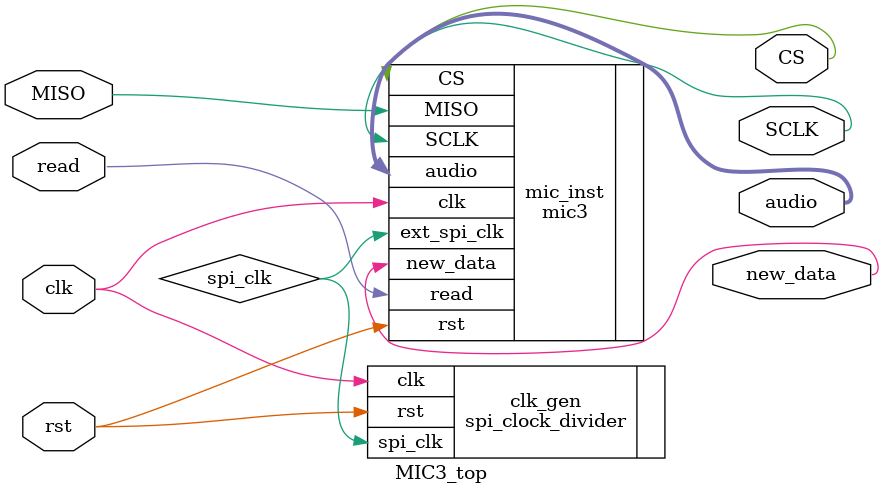
<source format=v>
`timescale 1ns / 1ps

module MIC3_top (
  input clk,          // 100 MHz system clock from ZedBoard        
  input MISO,         // SPI data from Pmod MIC
  input rst,
  input read,
  output [11:0] audio,
  output new_data,
  output SCLK,        // SPI clock to MIC
  output CS          // Chip Select (Active Low)
     // Pulse when new audio data is available
);

  wire spi_clk; // Internal SPI clock (12.5 MHz)
//   wire rst;          // Reset signal
//  wire read;
//  wire [11:0] audio; // Captured 12-bit audio sample
//  wire new_data;  

  // Generate the 12.5 MHz SPI clock from 100 MHz input clock
  spi_clock_divider clk_gen (
    .clk(clk),         // 100 MHz system clock
    .rst(rst),         // Reset signal
    .spi_clk(spi_clk)  // 12.5 MHz SPI clock output
  );

  // Interface with Pmod MIC (SPI communication and data capture)
  mic3 mic_inst (
    .clk(clk),          // 100 MHz system clock
    .rst(rst),          // Reset signal
    .ext_spi_clk(spi_clk), // 12.5 MHz SPI clock
    .SCLK(SCLK),        // SPI clock to MIC
    .CS(CS),            // Chip Select for MIC
    .MISO(MISO),        // SPI data from Pmod MIC
    .read(read),        // Trigger for initiating the SPI transaction
    .audio(audio),      // 12-bit audio data output
    .new_data(new_data) // Pulse when new audio data is available
  );
  

endmodule

</source>
